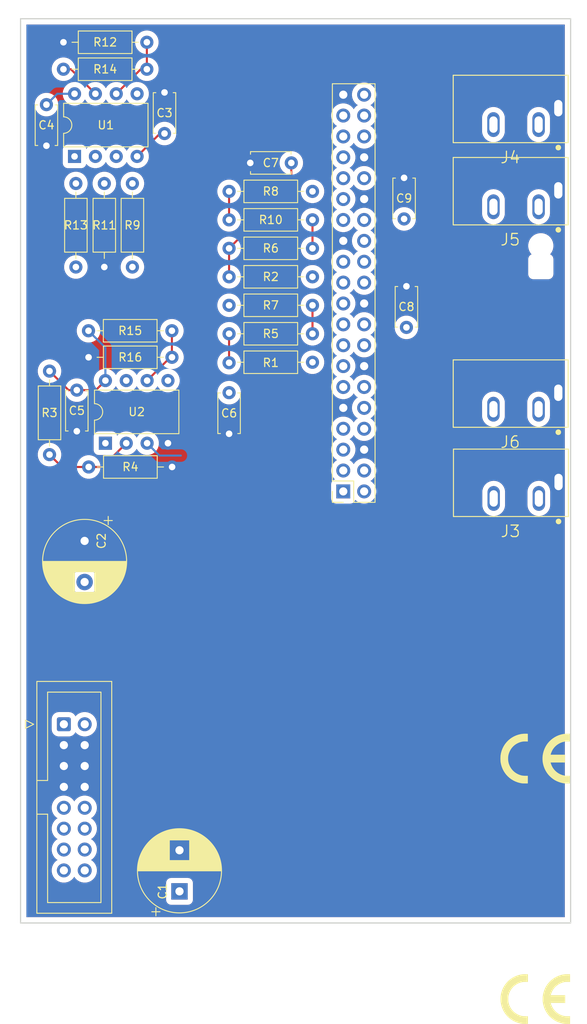
<source format=kicad_pcb>
(kicad_pcb (version 20221018) (generator pcbnew)
  (layers (0 "F.Cu" signal) (31 "B.Cu" signal) (34 "B.Paste" user) (35 "F.Paste" user) (36 "B.SilkS" user "B.Silkscreen") (37 "F.SilkS" user "F.Silkscreen") (38 "B.Mask" user) (39 "F.Mask" user) (44 "Edge.Cuts" user))
  (net 0 "")
  (net 1 "GND")
  (net 2 "+5V")
  (net 3 "-12V")
  (net 4 "+12V")
  (net 5 "Net-(J1-Pad3)")
  (net 6 "Net-(J1-Pad5)")
  (net 7 "Net-(J1-Pad7)")
  (net 8 "Net-(J1-Pad8)")
  (net 9 "Net-(J1-Pad10)")
  (net 10 "Net-(J1-Pad11)")
  (net 11 "Net-(J1-Pad13)")
  (net 12 "Net-(J1-Pad15)")
  (net 13 "Net-(J1-Pad16)")
  (net 14 "Net-(J1-Pad18)")
  (net 15 "Net-(J1-Pad21)")
  (net 16 "Net-(J1-Pad22)")
  (net 17 "Net-(J1-Pad24)")
  (net 18 "Net-(J1-Pad26)")
  (net 19 "Net-(J1-Pad27)")
  (net 20 "Net-(J1-Pad28)")
  (net 21 "Net-(J1-Pad32)")
  (net 22 "Net-(J1-Pad35)")
  (net 23 "Net-(J1-Pad36)")
  (net 24 "Net-(J1-Pad38)")
  (net 25 "Net-(J1-Pad40)")
  (net 26 "Net-(J2-Pad13)")
  (net 27 "Net-(J2-Pad15)")
  (net 28 "Net-(J2-Pad14)")
  (net 29 "Net-(J2-Pad16)")
  (net 30 "Net-(J3-PadT)")
  (net 31 "Net-(J3-PadR)")
  (net 32 "Net-(J4-PadR)")
  (net 33 "Net-(J5-PadR)")
  (net 34 "Net-(R3-Pad1)")
  (net 35 "Net-(R10-Pad2)")
  (net 36 "Net-(J1-Pad17)")
  (net 37 "Net-(J1-Pad1)")
  (net 38 "Net-(J2-Pad11)")
  (net 39 "Net-(J2-Pad9)")
  (net 40 "Net-(J2-Pad1)")
  (net 41 "Net-(C6-Pad2)")
  (net 42 "Net-(C7-Pad2)")
  (net 43 "Net-(C8-Pad2)")
  (net 44 "Net-(C9-Pad2)")
  (net 45 "Net-(J1-Pad37)")
  (net 46 "RB_Y")
  (net 47 "RB_TRIG")
  (net 48 "RB_GATE")
  (net 49 "Net-(J1-Pad23)")
  (net 50 "Net-(J1-Pad19)")
  (net 51 "RB_X")
  (net 52 "Net-(J4-PadT)")
  (net 53 "Net-(J5-PadT)")
  (net 54 "Net-(R7-Pad1)")
  (net 55 "Net-(R11-Pad2)")
  (net 56 "Net-(R12-Pad2)")
  (net 57 "Net-(R15-Pad1)")
  (net 58 "Net-(J6-PadT)")
  (net 59 "Net-(J6-PadR)")
  (footprint "Capacitor_THT:C_Disc_D4.7mm_W2.5mm_P5.00mm" (layer "F.Cu") (at 23.14956 35.44872 90)
    (fp_text reference "C4" (at 2.5 0 180) (layer "F.SilkS"))
    (fp_text value "0.1uF")
    (pad "1" thru_hole circle (at 0 0 90) (size 1.6 1.6) (drill 0.8) (layers "*.Cu" "*.Mask") (net 1 "GND"))
    (pad "2" thru_hole circle (at 5 0 90) (size 1.6 1.6) (drill 0.8) (layers "*.Cu" "*.Mask") (net 4 "+12V"))
  )
  (footprint "Capacitor_THT:C_Disc_D4.7mm_W2.5mm_P5.00mm" (layer "F.Cu") (at 26.85034 70.1802 90)
    (fp_text reference "C5" (at 2.5 0 180) (layer "F.SilkS"))
    (fp_text value "0.1uF")
    (pad "1" thru_hole circle (at 0 0 90) (size 1.6 1.6) (drill 0.8) (layers "*.Cu" "*.Mask") (net 1 "GND"))
    (pad "2" thru_hole circle (at 5 0 90) (size 1.6 1.6) (drill 0.8) (layers "*.Cu" "*.Mask") (net 2 "+5V"))
  )
  (footprint "Capacitor_THT:C_Disc_D4.7mm_W2.5mm_P5.00mm" (layer "F.Cu") (at 67 52.54688 -90)
    (fp_text reference "C8" (at 2.5 0 180) (layer "F.SilkS"))
    (fp_text value "0.1uF")
    (pad "1" thru_hole circle (at 0 0 270) (size 1.6 1.6) (drill 0.8) (layers "*.Cu" "*.Mask") (net 1 "GND"))
    (pad "2" thru_hole circle (at 5 0 270) (size 1.6 1.6) (drill 0.8) (layers "*.Cu" "*.Mask") (net 43 "Net-(C8-Pad2)"))
  )
  (footprint "Capacitor_THT:C_Disc_D4.7mm_W2.5mm_P5.00mm" (layer "F.Cu") (at 66.71564 39.35476 -90)
    (fp_text reference "C9" (at 2.5 0 180) (layer "F.SilkS"))
    (fp_text value "0.1uF")
    (pad "1" thru_hole circle (at 0 0 270) (size 1.6 1.6) (drill 0.8) (layers "*.Cu" "*.Mask") (net 1 "GND"))
    (pad "2" thru_hole circle (at 5 0 270) (size 1.6 1.6) (drill 0.8) (layers "*.Cu" "*.Mask") (net 44 "Net-(C9-Pad2)"))
  )
  (footprint "Resistor_THT:R_Axial_DIN0207_L6.3mm_D2.5mm_P10.16mm_Horizontal" (layer "F.Cu") (at 45.39806 51.395448)
    (fp_text reference "R2" (at 5.08 0) (layer "F.SilkS"))
    (fp_text value "10k")
    (pad "1" thru_hole circle (at 0 0) (size 1.6 1.6) (drill 0.8) (layers "*.Cu" "*.Mask") (net 42 "Net-(C7-Pad2)"))
    (pad "2" thru_hole oval (at 10.16 0) (size 1.6 1.6) (drill 0.8) (layers "*.Cu" "*.Mask") (net 46 "RB_Y"))
  )
  (footprint "Resistor_THT:R_Axial_DIN0207_L6.3mm_D2.5mm_P10.16mm_Horizontal" (layer "F.Cu") (at 23.52548 73.025 90)
    (fp_text reference "R3" (at 5.08 0 180) (layer "F.SilkS"))
    (fp_text value "10k")
    (pad "1" thru_hole circle (at 0 0 90) (size 1.6 1.6) (drill 0.8) (layers "*.Cu" "*.Mask") (net 34 "Net-(R3-Pad1)"))
    (pad "2" thru_hole oval (at 10.16 0 90) (size 1.6 1.6) (drill 0.8) (layers "*.Cu" "*.Mask") (net 2 "+5V"))
  )
  (footprint "Resistor_THT:R_Axial_DIN0207_L6.3mm_D2.5mm_P10.16mm_Horizontal" (layer "F.Cu") (at 38.4556 74.52868 180)
    (fp_text reference "R4" (at 5.08 0) (layer "F.SilkS"))
    (fp_text value "4.7k")
    (pad "1" thru_hole circle (at 0 0 180) (size 1.6 1.6) (drill 0.8) (layers "*.Cu" "*.Mask") (net 1 "GND"))
    (pad "2" thru_hole oval (at 10.16 0 180) (size 1.6 1.6) (drill 0.8) (layers "*.Cu" "*.Mask") (net 34 "Net-(R3-Pad1)"))
  )
  (footprint "Resistor_THT:R_Axial_DIN0207_L6.3mm_D2.5mm_P10.16mm_Horizontal" (layer "F.Cu") (at 55.55806 58.323842 180)
    (fp_text reference "R5" (at 5.08 0) (layer "F.SilkS"))
    (fp_text value "10k")
    (pad "1" thru_hole circle (at 0 0 180) (size 1.6 1.6) (drill 0.8) (layers "*.Cu" "*.Mask") (net 43 "Net-(C8-Pad2)"))
    (pad "2" thru_hole oval (at 10.16 0 180) (size 1.6 1.6) (drill 0.8) (layers "*.Cu" "*.Mask") (net 41 "Net-(C6-Pad2)"))
  )
  (footprint "Resistor_THT:R_Axial_DIN0207_L6.3mm_D2.5mm_P10.16mm_Horizontal" (layer "F.Cu") (at 55.55806 47.931251 180)
    (fp_text reference "R6" (at 5.08 0) (layer "F.SilkS"))
    (fp_text value "10k")
    (pad "1" thru_hole circle (at 0 0 180) (size 1.6 1.6) (drill 0.8) (layers "*.Cu" "*.Mask") (net 44 "Net-(C9-Pad2)"))
    (pad "2" thru_hole oval (at 10.16 0 180) (size 1.6 1.6) (drill 0.8) (layers "*.Cu" "*.Mask") (net 42 "Net-(C7-Pad2)"))
  )
  (footprint "Resistor_THT:R_Axial_DIN0207_L6.3mm_D2.5mm_P10.16mm_Horizontal" (layer "F.Cu") (at 45.39806 54.859645)
    (fp_text reference "R7" (at 5.08 0) (layer "F.SilkS"))
    (fp_text value "670")
    (pad "1" thru_hole circle (at 0 0) (size 1.6 1.6) (drill 0.8) (layers "*.Cu" "*.Mask") (net 54 "Net-(R7-Pad1)"))
    (pad "2" thru_hole oval (at 10.16 0) (size 1.6 1.6) (drill 0.8) (layers "*.Cu" "*.Mask") (net 43 "Net-(C8-Pad2)"))
  )
  (footprint "Resistor_THT:R_Axial_DIN0207_L6.3mm_D2.5mm_P10.16mm_Horizontal" (layer "F.Cu") (at 45.39806 44.467054)
    (fp_text reference "R8" (at 5.08 -3.464197) (layer "F.SilkS"))
    (fp_text value "670")
    (pad "1" thru_hole circle (at 0 0) (size 1.6 1.6) (drill 0.8) (layers "*.Cu" "*.Mask") (net 35 "Net-(R10-Pad2)"))
    (pad "2" thru_hole oval (at 10.16 0) (size 1.6 1.6) (drill 0.8) (layers "*.Cu" "*.Mask") (net 44 "Net-(C9-Pad2)"))
  )
  (footprint "Resistor_THT:R_Axial_DIN0207_L6.3mm_D2.5mm_P10.16mm_Horizontal" (layer "F.Cu") (at 55.55806 41.002857 180)
    (fp_text reference "R10" (at 5.08 -3.464197) (layer "F.SilkS"))
    (fp_text value "150k")
    (pad "1" thru_hole circle (at 0 0 180) (size 1.6 1.6) (drill 0.8) (layers "*.Cu" "*.Mask") (net 3 "-12V"))
    (pad "2" thru_hole oval (at 10.16 0 180) (size 1.6 1.6) (drill 0.8) (layers "*.Cu" "*.Mask") (net 35 "Net-(R10-Pad2)"))
  )
  (footprint "Resistor_THT:R_Axial_DIN0207_L6.3mm_D2.5mm_P10.16mm_Horizontal" (layer "F.Cu") (at 25.2222 22.86254)
    (fp_text reference "R12" (at 5.08 0) (layer "F.SilkS"))
    (fp_text value "15k")
    (pad "1" thru_hole circle (at 0 0) (size 1.6 1.6) (drill 0.8) (layers "*.Cu" "*.Mask") (net 1 "GND"))
    (pad "2" thru_hole oval (at 10.16 0) (size 1.6 1.6) (drill 0.8) (layers "*.Cu" "*.Mask") (net 56 "Net-(R12-Pad2)"))
  )
  (footprint "Resistor_THT:R_Axial_DIN0207_L6.3mm_D2.5mm_P10.16mm_Horizontal" (layer "F.Cu") (at 25.2222 26.14422)
    (fp_text reference "R14" (at 5.08 0) (layer "F.SilkS"))
    (fp_text value "37k")
    (pad "1" thru_hole circle (at 0 0) (size 1.6 1.6) (drill 0.8) (layers "*.Cu" "*.Mask") (net 53 "Net-(J5-PadT)"))
    (pad "2" thru_hole oval (at 10.16 0) (size 1.6 1.6) (drill 0.8) (layers "*.Cu" "*.Mask") (net 56 "Net-(R12-Pad2)"))
  )
  (footprint "Resistor_THT:R_Axial_DIN0207_L6.3mm_D2.5mm_P10.16mm_Horizontal" (layer "F.Cu") (at 38.43274 57.95772 180)
    (fp_text reference "R15" (at 5.08 0) (layer "F.SilkS"))
    (fp_text value "10k")
    (pad "1" thru_hole circle (at 0 0 180) (size 1.6 1.6) (drill 0.8) (layers "*.Cu" "*.Mask") (net 57 "Net-(R15-Pad1)"))
    (pad "2" thru_hole oval (at 10.16 0 180) (size 1.6 1.6) (drill 0.8) (layers "*.Cu" "*.Mask") (net 2 "+5V"))
  )
  (footprint "Package_DIP:DIP-8_W7.62mm" (layer "F.Cu") (at 30.33268 71.63816 90)
    (fp_text reference "U2" (at 3.81 3.81 180) (layer "F.SilkS"))
    (fp_text value "LM393")
    (pad "1" thru_hole rect (at 0 0 90) (size 1.6 1.6) (drill 0.8) (layers "*.Cu" "*.Mask") (net 30 "Net-(J3-PadT)"))
    (pad "2" thru_hole oval (at 0 2.54 90) (size 1.6 1.6) (drill 0.8) (layers "*.Cu" "*.Mask") (net 34 "Net-(R3-Pad1)"))
    (pad "3" thru_hole oval (at 0 5.08 90) (size 1.6 1.6) (drill 0.8) (layers "*.Cu" "*.Mask") (net 48 "RB_GATE"))
    (pad "4" thru_hole oval (at 0 7.62 90) (size 1.6 1.6) (drill 0.8) (layers "*.Cu" "*.Mask") (net 1 "GND"))
    (pad "5" thru_hole oval (at 7.62 7.62 90) (size 1.6 1.6) (drill 0.8) (layers "*.Cu" "*.Mask") (net 47 "RB_TRIG"))
    (pad "6" thru_hole oval (at 7.62 5.08 90) (size 1.6 1.6) (drill 0.8) (layers "*.Cu" "*.Mask") (net 57 "Net-(R15-Pad1)"))
    (pad "7" thru_hole oval (at 7.62 2.54 90) (size 1.6 1.6) (drill 0.8) (layers "*.Cu" "*.Mask") (net 58 "Net-(J6-PadT)"))
    (pad "8" thru_hole oval (at 7.62 0 90) (size 1.6 1.6) (drill 0.8) (layers "*.Cu" "*.Mask") (net 2 "+5V"))
  )
  (footprint "Resistor_THT:R_Axial_DIN0207_L6.3mm_D2.5mm_P10.16mm_Horizontal" (layer "F.Cu") (at 45.39806 61.78804)
    (fp_text reference "R1" (at 5.08 0.06534) (layer "F.SilkS"))
    (fp_text value "10k")
    (pad "1" thru_hole circle (at 0 0.06534) (size 1.6 1.6) (drill 0.8) (layers "*.Cu" "*.Mask") (net 41 "Net-(C6-Pad2)"))
    (pad "2" thru_hole oval (at 10.16 0) (size 1.6 1.6) (drill 0.8) (layers "*.Cu" "*.Mask") (net 51 "RB_X"))
  )
  (footprint "Capacitor_THT:C_Disc_D4.7mm_W2.5mm_P5.00mm" (layer "F.Cu") (at 47.97806 37.53866)
    (fp_text reference "C7" (at 2.5 0) (layer "F.SilkS"))
    (fp_text value "0.1uF")
    (pad "1" thru_hole circle (at 0 0) (size 1.6 1.6) (drill 0.8) (layers "*.Cu" "*.Mask") (net 1 "GND"))
    (pad "2" thru_hole circle (at 5 0) (size 1.6 1.6) (drill 0.8) (layers "*.Cu" "*.Mask") (net 42 "Net-(C7-Pad2)"))
  )
  (footprint "Resistor_THT:R_Axial_DIN0207_L6.3mm_D2.5mm_P10.16mm_Horizontal" (layer "F.Cu") (at 28.2829 61.18606)
    (fp_text reference "R16" (at 5.08 0) (layer "F.SilkS"))
    (fp_text value "4.7k")
    (pad "1" thru_hole circle (at 0 0) (size 1.6 1.6) (drill 0.8) (layers "*.Cu" "*.Mask") (net 1 "GND"))
    (pad "2" thru_hole oval (at 10.16 0) (size 1.6 1.6) (drill 0.8) (layers "*.Cu" "*.Mask") (net 57 "Net-(R15-Pad1)"))
  )
  (footprint "Capacitor_THT:CP_Radial_D10.0mm_P5.00mm" (layer "F.Cu") (at 27.8003 83.52282 -90)
    (fp_text reference "C2" (at 0 -2.05486 90) (layer "F.SilkS"))
    (fp_text value "1uF")
    (pad "1" thru_hole rect (at 0 0 270) (size 2 2) (drill 1) (layers "*.Cu" "*.Mask") (net 1 "GND"))
    (pad "2" thru_hole circle (at 5 0 270) (size 2 2) (drill 1) (layers "*.Cu" "*.Mask") (net 3 "-12V"))
  )
  (footprint "Capacitor_THT:C_Disc_D4.7mm_W2.5mm_P5.00mm" (layer "F.Cu") (at 45.39996 70.49008 90)
    (fp_text reference "C6" (at 2.5 0 180) (layer "F.SilkS"))
    (fp_text value "0.1uF")
    (pad "1" thru_hole circle (at 0 0 90) (size 1.6 1.6) (drill 0.8) (layers "*.Cu" "*.Mask") (net 1 "GND"))
    (pad "2" thru_hole circle (at 5 0 90) (size 1.6 1.6) (drill 0.8) (layers "*.Cu" "*.Mask") (net 41 "Net-(C6-Pad2)"))
  )
  (footprint "Capacitor_THT:CP_Radial_D10.0mm_P5.00mm" (layer "F.Cu") (at 39.3573 126.15418 90)
    (fp_text reference "C1" (at 0 -2.05486 90) (layer "F.SilkS"))
    (fp_text value "1uF")
    (pad "1" thru_hole rect (at 0 0 90) (size 2 2) (drill 1) (layers "*.Cu" "*.Mask") (net 4 "+12V"))
    (pad "2" thru_hole circle (at 5 0 90) (size 2 2) (drill 1) (layers "*.Cu" "*.Mask") (net 1 "GND"))
  )
  (footprint "Capacitor_THT:C_Disc_D4.7mm_W2.5mm_P5.00mm" (layer "F.Cu") (at 37.53358 28.96616 -90)
    (fp_text reference "C3" (at 2.5 0 180) (layer "F.SilkS"))
    (fp_text value "0.1uF")
    (pad "1" thru_hole circle (at 0 0 270) (size 1.6 1.6) (drill 0.8) (layers "*.Cu" "*.Mask") (net 1 "GND"))
    (pad "2" thru_hole circle (at 5 0 270) (size 1.6 1.6) (drill 0.8) (layers "*.Cu" "*.Mask") (net 3 "-12V"))
  )
  (footprint "Package_DIP:DIP-8_W7.62mm" (layer "F.Cu") (at 26.57348 36.74872 90)
    (fp_text reference "U1" (at 3.81 3.81 180) (layer "F.SilkS"))
    (fp_text value "TL072")
    (pad "1" thru_hole rect (at 0 0 90) (size 1.6 1.6) (drill 0.8) (layers "*.Cu" "*.Mask") (net 52 "Net-(J4-PadT)"))
    (pad "2" thru_hole oval (at 0 2.54 90) (size 1.6 1.6) (drill 0.8) (layers "*.Cu" "*.Mask") (net 55 "Net-(R11-Pad2)"))
    (pad "3" thru_hole oval (at 0 5.08 90) (size 1.6 1.6) (drill 0.8) (layers "*.Cu" "*.Mask") (net 54 "Net-(R7-Pad1)"))
    (pad "4" thru_hole oval (at 0 7.62 90) (size 1.6 1.6) (drill 0.8) (layers "*.Cu" "*.Mask") (net 3 "-12V"))
    (pad "5" thru_hole oval (at 7.62 7.62 90) (size 1.6 1.6) (drill 0.8) (layers "*.Cu" "*.Mask") (net 35 "Net-(R10-Pad2)"))
    (pad "6" thru_hole oval (at 7.62 5.08 90) (size 1.6 1.6) (drill 0.8) (layers "*.Cu" "*.Mask") (net 56 "Net-(R12-Pad2)"))
    (pad "7" thru_hole oval (at 7.62 2.54 90) (size 1.6 1.6) (drill 0.8) (layers "*.Cu" "*.Mask") (net 53 "Net-(J5-PadT)"))
    (pad "8" thru_hole oval (at 7.62 0 90) (size 1.6 1.6) (drill 0.8) (layers "*.Cu" "*.Mask") (net 4 "+12V"))
  )
  (footprint "Resistor_THT:R_Axial_DIN0207_L6.3mm_D2.5mm_P10.16mm_Horizontal" (layer "F.Cu") (at 30.2006 50.2031 90)
    (fp_text reference "R11" (at 5.08 0 180) (layer "F.SilkS"))
    (fp_text value "15k")
    (pad "1" thru_hole circle (at 0 0 90) (size 1.6 1.6) (drill 0.8) (layers "*.Cu" "*.Mask") (net 1 "GND"))
    (pad "2" thru_hole oval (at 10.16 0 90) (size 1.6 1.6) (drill 0.8) (layers "*.Cu" "*.Mask") (net 55 "Net-(R11-Pad2)"))
  )
  (footprint "Resistor_THT:R_Axial_DIN0207_L6.3mm_D2.5mm_P10.16mm_Horizontal" (layer "F.Cu") (at 33.62198 50.2031 90)
    (fp_text reference "R9" (at 5.08 0 180) (layer "F.SilkS"))
    (fp_text value "150k")
    (pad "1" thru_hole circle (at 0 0 90) (size 1.6 1.6) (drill 0.8) (layers "*.Cu" "*.Mask") (net 3 "-12V"))
    (pad "2" thru_hole oval (at 10.16 0 90) (size 1.6 1.6) (drill 0.8) (layers "*.Cu" "*.Mask") (net 54 "Net-(R7-Pad1)"))
  )
  (footprint "Resistor_THT:R_Axial_DIN0207_L6.3mm_D2.5mm_P10.16mm_Horizontal" (layer "F.Cu") (at 26.73604 50.2031 90)
    (fp_text reference "R13" (at 5.08 0 180) (layer "F.SilkS"))
    (fp_text value "37k")
    (pad "1" thru_hole circle (at 0 0 90) (size 1.6 1.6) (drill 0.8) (layers "*.Cu" "*.Mask") (net 52 "Net-(J4-PadT)"))
    (pad "2" thru_hole oval (at 10.16 0 90) (size 1.6 1.6) (drill 0.8) (layers "*.Cu" "*.Mask") (net 55 "Net-(R11-Pad2)"))
  )
  (footprint "MouseModule:CUI_SJ1-3533" (layer "F.Cu") (at 85.52942 76.35494 180)
    (fp_text reference "J3" (at 5.85 -6) (layer "F.SilkS") (effects (font (size 1.402717 1.402717))))
    (fp_text value "GATE")
    (pad "R" thru_hole oval (at 7.9 -2 180) (size 1.508 3.016) (drill oval 1 2) (layers "*.Cu" "*.Mask") (net 31 "Net-(J3-PadR)"))
    (pad "S" thru_hole oval (at 0 0 180) (size 1.508 3.016) (drill oval 1 2) (layers "*.Cu" "*.Mask") (net 1 "GND"))
    (pad "T" thru_hole oval (at 2.4 -2 180) (size 1.508 3.016) (drill oval 1 2) (layers "*.Cu" "*.Mask") (net 30 "Net-(J3-PadT)"))
  )
  (footprint "Connector_IDC:IDC-Header_2x08_P2.54mm_Vertical" (layer "F.Cu") (at 25.273 105.82656)
    (fp_text reference "J2")
    (fp_text value "02x08_IDC")
    (pad "1" thru_hole roundrect (at 0 0) (size 1.7 1.7) (drill 1) (layers "*.Cu" "*.Mask") (roundrect_rratio 0.147059) (net 40 "Net-(J2-Pad1)"))
    (pad "2" thru_hole circle (at 2.54 0) (size 1.7 1.7) (drill 1) (layers "*.Cu" "*.Mask") (net 3 "-12V"))
    (pad "3" thru_hole circle (at 0 2.54) (size 1.7 1.7) (drill 1) (layers "*.Cu" "*.Mask") (net 1 "GND"))
    (pad "4" thru_hole circle (at 2.54 2.54) (size 1.7 1.7) (drill 1) (layers "*.Cu" "*.Mask") (net 1 "GND"))
    (pad "5" thru_hole circle (at 0 5.08) (size 1.7 1.7) (drill 1) (layers "*.Cu" "*.Mask") (net 1 "GND"))
    (pad "6" thru_hole circle (at 2.54 5.08) (size 1.7 1.7) (drill 1) (layers "*.Cu" "*.Mask") (net 1 "GND"))
    (pad "7" thru_hole circle (at 0 7.62) (size 1.7 1.7) (drill 1) (layers "*.Cu" "*.Mask") (net 1 "GND"))
    (pad "8" thru_hole circle (at 2.54 7.62) (size 1.7 1.7) (drill 1) (layers "*.Cu" "*.Mask") (net 1 "GND"))
    (pad "9" thru_hole circle (at 0 10.16) (size 1.7 1.7) (drill 1) (layers "*.Cu" "*.Mask") (net 39 "Net-(J2-Pad9)"))
    (pad "10" thru_hole circle (at 2.54 10.16) (size 1.7 1.7) (drill 1) (layers "*.Cu" "*.Mask") (net 4 "+12V"))
    (pad "11" thru_hole circle (at 0 12.7) (size 1.7 1.7) (drill 1) (layers "*.Cu" "*.Mask") (net 38 "Net-(J2-Pad11)"))
    (pad "12" thru_hole circle (at 2.54 12.7) (size 1.7 1.7) (drill 1) (layers "*.Cu" "*.Mask") (net 2 "+5V"))
    (pad "13" thru_hole circle (at 0 15.24) (size 1.7 1.7) (drill 1) (layers "*.Cu" "*.Mask") (net 26 "Net-(J2-Pad13)"))
    (pad "14" thru_hole circle (at 2.54 15.24) (size 1.7 1.7) (drill 1) (layers "*.Cu" "*.Mask") (net 28 "Net-(J2-Pad14)"))
    (pad "15" thru_hole circle (at 0 17.78) (size 1.7 1.7) (drill 1) (layers "*.Cu" "*.Mask") (net 27 "Net-(J2-Pad15)"))
    (pad "16" thru_hole circle (at 2.54 17.78) (size 1.7 1.7) (drill 1) (layers "*.Cu" "*.Mask") (net 29 "Net-(J2-Pad16)"))
  )
  (footprint "MouseModule:CUI_SJ1-3533" (layer "F.Cu") (at 85.5 30.87722 180)
    (fp_text reference "J4" (at 5.85 -6) (layer "F.SilkS") (effects (font (size 1.402717 1.402717))))
    (fp_text value "X")
    (pad "R" thru_hole oval (at 7.9 -2 180) (size 1.508 3.016) (drill oval 1 2) (layers "*.Cu" "*.Mask") (net 32 "Net-(J4-PadR)"))
    (pad "S" thru_hole oval (at 0 0 180) (size 1.508 3.016) (drill oval 1 2) (layers "*.Cu" "*.Mask") (net 1 "GND"))
    (pad "T" thru_hole oval (at 2.4 -2 180) (size 1.508 3.016) (drill oval 1 2) (layers "*.Cu" "*.Mask") (net 52 "Net-(J4-PadT)"))
  )
  (footprint "MouseModule:CUI_SJ1-3533" (layer "F.Cu") (at 85.5 40.87722 180)
    (fp_text reference "J5" (at 5.85 -6) (layer "F.SilkS") (effects (font (size 1.402717 1.402717))))
    (fp_text value "Y")
    (pad "R" thru_hole oval (at 7.9 -2 180) (size 1.508 3.016) (drill oval 1 2) (layers "*.Cu" "*.Mask") (net 33 "Net-(J5-PadR)"))
    (pad "S" thru_hole oval (at 0 0 180) (size 1.508 3.016) (drill oval 1 2) (layers "*.Cu" "*.Mask") (net 1 "GND"))
    (pad "T" thru_hole oval (at 2.4 -2 180) (size 1.508 3.016) (drill oval 1 2) (layers "*.Cu" "*.Mask") (net 53 "Net-(J5-PadT)"))
  )
  (footprint "Connector_PinSocket_2.54mm:PinSocket_2x20_P2.54mm_Vertical" (layer "F.Cu") (at 59.309 77.5 180)
    (fp_text reference "J1")
    (fp_text value "Conn_02x20_Odd_Even")
    (pad "1" thru_hole rect (at 0 0 180) (size 1.7 1.7) (drill 1) (layers "*.Cu" "*.Mask") (net 37 "Net-(J1-Pad1)"))
    (pad "2" thru_hole oval (at -2.54 0 180) (size 1.7 1.7) (drill 1) (layers "*.Cu" "*.Mask") (net 2 "+5V"))
    (pad "3" thru_hole oval (at 0 2.54 180) (size 1.7 1.7) (drill 1) (layers "*.Cu" "*.Mask") (net 5 "Net-(J1-Pad3)"))
    (pad "4" thru_hole oval (at -2.54 2.54 180) (size 1.7 1.7) (drill 1) (layers "*.Cu" "*.Mask") (net 2 "+5V"))
    (pad "5" thru_hole oval (at 0 5.08 180) (size 1.7 1.7) (drill 1) (layers "*.Cu" "*.Mask") (net 6 "Net-(J1-Pad5)"))
    (pad "6" thru_hole oval (at -2.54 5.08 180) (size 1.7 1.7) (drill 1) (layers "*.Cu" "*.Mask") (net 1 "GND"))
    (pad "7" thru_hole oval (at 0 7.62 180) (size 1.7 1.7) (drill 1) (layers "*.Cu" "*.Mask") (net 7 "Net-(J1-Pad7)"))
    (pad "8" thru_hole oval (at -2.54 7.62 180) (size 1.7 1.7) (drill 1) (layers "*.Cu" "*.Mask") (net 8 "Net-(J1-Pad8)"))
    (pad "9" thru_hole oval (at 0 10.16 180) (size 1.7 1.7) (drill 1) (layers "*.Cu" "*.Mask") (net 1 "GND"))
    (pad "10" thru_hole oval (at -2.54 10.16 180) (size 1.7 1.7) (drill 1) (layers "*.Cu" "*.Mask") (net 9 "Net-(J1-Pad10)"))
    (pad "11" thru_hole oval (at 0 12.7 180) (size 1.7 1.7) (drill 1) (layers "*.Cu" "*.Mask") (net 10 "Net-(J1-Pad11)"))
    (pad "12" thru_hole oval (at -2.54 12.7 180) (size 1.7 1.7) (drill 1) (layers "*.Cu" "*.Mask") (net 51 "RB_X"))
    (pad "13" thru_hole oval (at 0 15.24 180) (size 1.7 1.7) (drill 1) (layers "*.Cu" "*.Mask") (net 11 "Net-(J1-Pad13)"))
    (pad "14" thru_hole oval (at -2.54 15.24 180) (size 1.7 1.7) (drill 1) (layers "*.Cu" "*.Mask") (net 1 "GND"))
    (pad "15" thru_hole oval (at 0 17.78 180) (size 1.7 1.7) (drill 1) (layers "*.Cu" "*.Mask") (net 12 "Net-(J1-Pad15)"))
    (pad "16" thru_hole oval (at -2.54 17.78 180) (size 1.7 1.7) (drill 1) (layers "*.Cu" "*.Mask") (net 13 "Net-(J1-Pad16)"))
    (pad "17" thru_hole oval (at 0 20.32 180) (size 1.7 1.7) (drill 1) (layers "*.Cu" "*.Mask") (net 36 "Net-(J1-Pad17)"))
    (pad "18" thru_hole oval (at -2.54 20.32 180) (size 1.7 1.7) (drill 1) (layers "*.Cu" "*.Mask") (net 14 "Net-(J1-Pad18)"))
    (pad "19" thru_hole oval (at 0 22.86 180) (size 1.7 1.7) (drill 1) (layers "*.Cu" "*.Mask") (net 50 "Net-(J1-Pad19)"))
    (pad "20" thru_hole oval (at -2.54 22.86 180) (size 1.7 1.7) (drill 1) (layers "*.Cu" "*.Mask") (net 1 "GND"))
    (pad "21" thru_hole oval (at 0 25.4 180) (size 1.7 1.7) (drill 1) (layers "*.Cu" "*.Mask") (net 15 "Net-(J1-Pad21)"))
    (pad "22" thru_hole oval (at -2.54 25.4 180) (size 1.7 1.7) (drill 1) (layers "*.Cu" "*.Mask") (net 16 "Net-(J1-Pad22)"))
    (pad "23" thru_hole oval (at 0 27.94 180) (size 1.7 1.7) (drill 1) (layers "*.Cu" "*.Mask") (net 49 "Net-(J1-Pad23)"))
    (pad "24" thru_hole oval (at -2.54 27.94 180) (size 1.7 1.7) (drill 1) (layers "*.Cu" "*.Mask") (net 17 "Net-(J1-Pad24)"))
    (pad "25" thru_hole oval (at 0 30.48 180) (size 1.7 1.7) (drill 1) (layers "*.Cu" "*.Mask") (net 1 "GND"))
    (pad "26" thru_hole oval (at -2.54 30.48 180) (size 1.7 1.7) (drill 1) (layers "*.Cu" "*.Mask") (net 18 "Net-(J1-Pad26)"))
    (pad "27" thru_hole oval (at 0 33.02 180) (size 1.7 1.7) (drill 1) (layers "*.Cu" "*.Mask") (net 19 "Net-(J1-Pad27)"))
    (pad "28" thru_hole oval (at -2.54 33.02 180) (size 1.7 1.7) (drill 1) (layers "*.Cu" "*.Mask") (net 20 "Net-(J1-Pad28)"))
    (pad "29" thru_hole oval (at 0 35.56 180) (size 1.7 1.7) (drill 1) (layers "*.Cu" "*.Mask") (net 48 "RB_GATE"))
    (pad "30" thru_hole oval (at -2.54 35.56 180) (size 1.7 1.7) (drill 1) (layers "*.Cu" "*.Mask") (net 1 "GND"))
    (pad "31" thru_hole oval (at 0 38.1 180) (size 1.7 1.7) (drill 1) (layers "*.Cu" "*.Mask") (net 47 "RB_TRIG"))
    (pad "32" thru_hole oval (at -2.54 38.1 180) (size 1.7 1.7) (drill 1) (layers "*.Cu" "*.Mask") (net 21 "Net-(J1-Pad32)"))
    (pad "33" thru_hole oval (at 0 40.64 180) (size 1.7 1.7) (drill 1) (layers "*.Cu" "*.Mask") (net 46 "RB_Y"))
    (pad "34" thru_hole oval (at -2.54 40.64 180) (size 1.7 1.7) (drill 1) (layers "*.Cu" "*.Mask") (net 1 "GND"))
    (pad "35" thru_hole oval (at 0 43.18 180) (size 1.7 1.7) (drill 1) (layers "*.Cu" "*.Mask") (net 22 "Net-(J1-Pad35)"))
    (pad "36" thru_hole oval (at -2.54 43.18 180) (size 1.7 1.7) (drill 1) (layers "*.Cu" "*.Mask") (net 23 "Net-(J1-Pad36)"))
    (pad "37" thru_hole oval (at 0 45.72 180) (size 1.7 1.7) (drill 1) (layers "*.Cu" "*.Mask") (net 45 "Net-(J1-Pad37)"))
    (pad "38" thru_hole oval (at -2.54 45.72 180) (size 1.7 1.7) (drill 1) (layers "*.Cu" "*.Mask") (net 24 "Net-(J1-Pad38)"))
    (pad "39" thru_hole oval (at 0 48.26 180) (size 1.7 1.7) (drill 1) (layers "*.Cu" "*.Mask") (net 1 "GND"))
    (pad "40" thru_hole oval (at -2.54 48.26 180) (size 1.7 1.7) (drill 1) (layers "*.Cu" "*.Mask") (net 25 "Net-(J1-Pad40)"))
  )
  (footprint "MouseModule:CUI_SJ1-3533" (layer "F.Cu") (at 85.5 65.5 180)
    (fp_text reference "J6" (at 5.85 -6) (layer "F.SilkS") (effects (font (size 1.402717 1.402717))))
    (fp_text value "TRIG")
    (pad "R" thru_hole oval (at 7.9 -2 180) (size 1.508 3.016) (drill oval 1 2) (layers "*.Cu" "*.Mask") (net 59 "Net-(J6-PadR)"))
    (pad "S" thru_hole oval (at 0 0 180) (size 1.508 3.016) (drill oval 1 2) (layers "*.Cu" "*.Mask") (net 1 "GND"))
    (pad "T" thru_hole oval (at 2.4 -2 180) (size 1.508 3.016) (drill oval 1 2) (layers "*.Cu" "*.Mask") (net 58 "Net-(J6-PadT)"))
  )
  (footprint "Symbol:CE-Logo_8.5x6mm_SilkScreen" (layer "F.Cu") (at 82.68462 110)
    (fp_text reference "REF**" hide)
    (fp_text value "CE-Logo_8.5x6mm_SilkScreen" hide)
  )
  (footprint "Symbol:CE-Logo_8.5x6mm_SilkScreen" (layer "F.Cu") (at 82.7 139.25)
    (fp_text reference "REF**" hide)
    (fp_text value "CE-Logo_8.5x6mm_SilkScreen" hide)
  )
  (gr_line (start 20 20) (end 20 130) (stroke (width 0.15)) (layer "Edge.Cuts"))
  (gr_line (start 20 130) (end 87 130) (stroke (width 0.15)) (layer "Edge.Cuts"))
  (gr_line (start 87 20) (end 87 130) (stroke (width 0.15)) (layer "Edge.Cuts"))
  (gr_line (start 20 20) (end 87 20) (stroke (width 0.15)) (layer "Edge.Cuts"))
  (segment (start 23.52548 62.865) (end 25.84068 65.1802) (width 0.25) (layer "F.Cu") (net 2))
  (segment (start 29.17064 65.1802) (end 30.33268 64.01816) (width 0.25) (layer "F.Cu") (net 2))
  (segment (start 25.84068 65.1802) (end 26.85034 65.1802) (width 0.25) (layer "F.Cu") (net 2))
  (segment (start 26.85034 65.1802) (end 29.17064 65.1802) (width 0.25) (layer "F.Cu") (net 2))
  (segment (start 30.33268 60.01766) (end 28.27274 57.95772) (width 0.25) (layer "B.Cu") (net 2))
  (segment (start 30.33268 64.01816) (end 30.33268 60.01766) (width 0.25) (layer "B.Cu") (net 2))
  (segment (start 34.19348 36.74872) (end 36.97604 33.96616) (width 0.25) (layer "F.Cu") (net 3))
  (segment (start 36.97604 33.96616) (end 37.53358 33.96616) (width 0.25) (layer "F.Cu") (net 3))
  (segment (start 26.57348 29.12872) (end 24.46956 29.12872) (width 0.25) (layer "B.Cu") (net 4))
  (segment (start 24.46956 29.12872) (end 23.14956 30.44872) (width 0.25) (layer "B.Cu") (net 4))
  (segment (start 28.2956 74.52868) (end 25.02916 74.52868) (width 0.25) (layer "F.Cu") (net 34))
  (segment (start 25.02916 74.52868) (end 23.52548 73.025) (width 0.25) (layer "F.Cu") (net 34))
  (segment (start 29.98216 74.52868) (end 32.87268 71.63816) (width 0.25) (layer "F.Cu") (net 34))
  (segment (start 28.2956 74.52868) (end 29.98216 74.52868) (width 0.25) (layer "F.Cu") (net 34))
  (segment (start 45.39806 44.467054) (end 45.39806 41.002857) (width 0.25) (layer "F.Cu") (net 35))
  (segment (start 45.39806 61.85338) (end 45.39806 58.323842) (width 0.25) (layer "F.Cu") (net 41))
  (segment (start 52.97806 37.53866) (end 52.97806 40.351251) (width 0.25) (layer "F.Cu") (net 42))
  (segment (start 52.97806 40.351251) (end 45.39806 47.931251) (width 0.25) (layer "F.Cu") (net 42))
  (segment (start 45.39806 51.395448) (end 45.39806 47.931251) (width 0.25) (layer "F.Cu") (net 42))
  (segment (start 55.55806 58.323842) (end 55.55806 54.859645) (width 0.25) (layer "F.Cu") (net 43))
  (segment (start 55.55806 44.467054) (end 55.55806 47.931251) (width 0.25) (layer "F.Cu") (net 44))
  (segment (start 35.41268 71.63816) (end 36.91636 73.14184) (width 0.25) (layer "B.Cu") (net 48))
  (segment (start 36.91636 73.14184) (end 39.52748 73.14184) (width 0.25) (layer "B.Cu") (net 48))
  (segment (start 26.12898 26.14422) (end 25.2222 26.14422) (width 0.25) (layer "F.Cu") (net 53))
  (segment (start 29.11348 29.12872) (end 26.12898 26.14422) (width 0.25) (layer "F.Cu") (net 53))
  (segment (start 34.63798 26.14422) (end 35.3822 26.14422) (width 0.25) (layer "F.Cu") (net 56))
  (segment (start 31.65348 29.12872) (end 34.63798 26.14422) (width 0.25) (layer "F.Cu") (net 56))
  (segment (start 35.3822 26.14422) (end 35.3822 22.86254) (width 0.25) (layer "F.Cu") (net 56))
  (segment (start 38.24478 61.18606) (end 38.4429 61.18606) (width 0.25) (layer "F.Cu") (net 57))
  (segment (start 35.41268 64.01816) (end 38.24478 61.18606) (width 0.25) (layer "F.Cu") (net 57))
  (segment (start 38.43274 57.95772) (end 38.43274 61.1759) (width 0.25) (layer "F.Cu") (net 57))
  (segment (start 38.43274 61.1759) (end 38.4429 61.18606) (width 0.25) (layer "F.Cu") (net 57))
  (zone (net 1) (net_name "GND") (layer "F.Cu") (connect_pads yes (clearance 0.508)) (min_thickness 0.254) (fill yes (thermal_gap 0.508) (thermal_bridge_width 0.508))
    (polygon (pts (xy 88.95588 17.75714) (xy 88.99779 130.66014) (xy 17.94637 130.66014) (xy 17.79016 17.72158)))
  )
  (zone (net 1) (net_name "GND") (layer "B.Cu") (connect_pads yes (clearance 0.508)) (min_thickness 0.254) (fill yes (thermal_gap 0.508) (thermal_bridge_width 0.508))
    (polygon (pts (xy 88.95588 17.75714) (xy 88.54567 130.6449) (xy 17.49425 130.6449) (xy 17.79016 17.72158)))
  )
)
</source>
